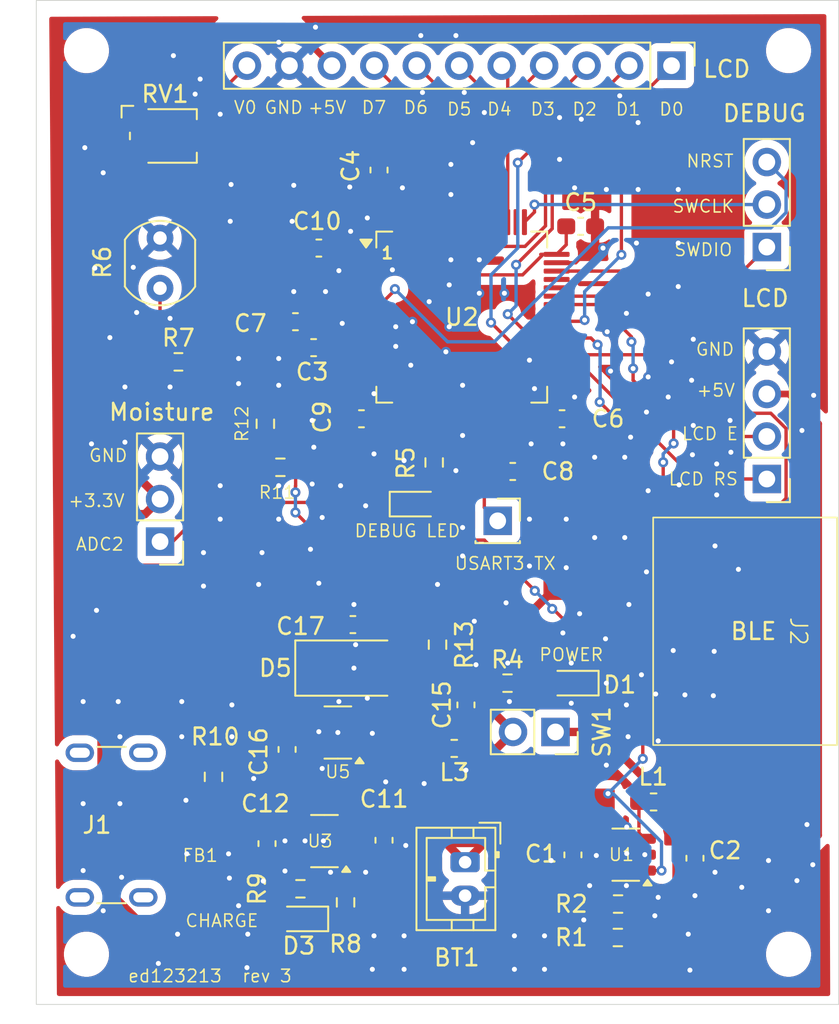
<source format=kicad_pcb>
(kicad_pcb (version 20241229) (generator "pcbnew") (generator_version "9.0")
  (layers (0 "F.Cu" signal) (2 "B.Cu" signal) (13 "F.Paste" user) (15 "B.Paste" user) (5 "F.SilkS" user "F.Silkscreen") (7 "B.SilkS" user "B.Silkscreen") (1 "F.Mask" user) (3 "B.Mask" user) (25 "Edge.Cuts" user))
  (net 0 "")
  (net 1 "GND")
  (net 2 "+3.3V")
  (net 3 "LCD D1")
  (net 4 "+5V")
  (net 5 "Net-(D1-A)")
  (net 6 "Net-(D2-A)")
  (net 7 "Net-(D3-K)")
  (net 14 "LCD D3")
  (net 15 "LCD D5")
  (net 16 "LCD D8")
  (net 17 "LCD D6")
  (net 18 "LCD D4")
  (net 19 "LCD D7")
  (net 20 "LCD D2")
  (net 21 "LCD RS")
  (net 22 "LCD E")
  (net 23 "NRST")
  (net 24 "Net-(U1-SW)")
  (net 25 "ADC2")
  (net 26 "USART1 TX")
  (net 27 "Net-(U3-PROG)")
  (net 58 "Net-(U3-STAT)")
  (net 59 "USART1 RX")
  (net 60 "SWDIO")
  (net 61 "SWCLK")
  (net 62 "USART3 TX")
  (net 63 "ADC1")
  (net 64 "Net-(U2-VCAP_1)")
  (net 65 "Net-(C17-Pad1)")
  (net 66 "Net-(D5-A)")
  (net 67 "Net-(J2-Pin_11)")
  (net 70 "+Vbat")
  (net 71 "+3.3Vswin")
  (net 72 "+Vext")
  (net 73 "Net-(FB1-Pad1)")
  (net 74 "Net-(FB1-Pad2)")
  (net 75 "Net-(U1-FB)")
  (net 76 "DEBUG LED")
  (net 77 "ADC3")
  (net 78 "BT CONNECT")
  (footprint "Capacitor_SMD:C_0603_1608Metric_Pad1.08x0.95mm_HandSolder" (layer "F.Cu") (at 80.9 54.3 180)
    (property "Reference" "C10")
    (property "Value" "100nF")
  )
  (footprint "Capacitor_SMD:C_0603_1608Metric_Pad1.08x0.95mm_HandSolder" (layer "F.Cu") (at 95.45 64.5)
    (property "Reference" "C6")
    (property "Value" "100nF")
  )
  (footprint "Capacitor_SMD:C_0603_1608Metric_Pad1.08x0.95mm_HandSolder" (layer "F.Cu") (at 80.5875 60.25 180)
    (property "Reference" "C3")
    (property "Value" "4.7uF")
  )
  (footprint "Capacitor_SMD:C_0603_1608Metric_Pad1.08x0.95mm_HandSolder" (layer "F.Cu") (at 83.45 64.5 180)
    (property "Reference" "C9")
    (property "Value" "100nF")
  )
  (footprint "Capacitor_SMD:C_0603_1608Metric_Pad1.08x0.95mm_HandSolder" (layer "F.Cu") (at 96.5625 53)
    (property "Reference" "C5")
    (property "Value" "100nF")
  )
  (footprint "Capacitor_SMD:C_0603_1608Metric_Pad1.08x0.95mm_HandSolder" (layer "F.Cu") (at 79.5 58.7 180)
    (property "Reference" "C7")
    (property "Value" "100nF")
  )
  (footprint "LED_SMD:LED_0603_1608Metric_Pad1.05x0.95mm_HandSolder" (layer "F.Cu") (at 95.975 80.3 180)
    (property "Reference" "D1")
    (property "Value" "PWR LED")
  )
  (footprint "Resistor_SMD:R_0603_1608Metric_Pad0.98x0.95mm_HandSolder" (layer "F.Cu") (at 88 78 90)
    (property "Reference" "R13")
    (property "Value" "10")
  )
  (footprint "Capacitor_SMD:C_0603_1608Metric_Pad1.08x0.95mm_HandSolder" (layer "F.Cu") (at 89.7 81.6 90)
    (property "Reference" "C15")
    (property "Value" "10uF")
  )
  (footprint "MountingHole:MountingHole_2.2mm_M2_ISO7380" (layer "F.Cu") (at 67 42.5)
    (property "Reference" "2.2mm" (hide yes))
    (property "Value" "MountingHole_2.2mm_M2_ISO7380" (hide yes))
  )
  (footprint "LED_SMD:LED_0603_1608Metric_Pad1.05x0.95mm_HandSolder" (layer "F.Cu") (at 86.8 69.6)
    (property "Reference" "D2" (hide yes))
    (property "Value" "DEBUG LED")
  )
  (footprint "Connector_PinHeader_2.54mm:PinHeader_1x04_P2.54mm_Vertical" (layer "F.Cu") (at 107.7 68.1 180)
    (property "Reference" "J4" (hide yes))
    (property "Value" "LCD CTRL")
  )
  (footprint "Package_TO_SOT_SMD:SOT-23-5" (layer "F.Cu") (at 82.0375 83.25 180)
    (property "Reference" "U5")
    (property "Value" "TPS613222ADBV")
  )
  (footprint "Capacitor_SMD:C_0603_1608Metric_Pad1.08x0.95mm_HandSolder" (layer "F.Cu") (at 82.9375 76.8 180)
    (property "Reference" "C17")
    (property "Value" "1nF")
  )
  (footprint "Resistor_SMD:R_0603_1608Metric" (layer "F.Cu") (at 72.5 61.1)
    (property "Reference" "R7")
    (property "Value" "200k")
  )
  (footprint "Connector_PinHeader_2.54mm:PinHeader_1x03_P2.54mm_Vertical" (layer "F.Cu") (at 71.4 71.84 180)
    (property "Reference" "J5" (hide yes))
    (property "Value" "Moisture")
  )
  (footprint "Resistor_SMD:R_0603_1608Metric_Pad0.98x0.95mm_HandSolder" (layer "F.Cu") (at 77.7 64.8 90)
    (property "Reference" "R12")
    (property "Value" "100k")
  )
  (footprint "MountingHole:MountingHole_2.2mm_M2_ISO7380" (layer "F.Cu") (at 67 96.5)
    (property "Reference" "REF**" (hide yes))
    (property "Value" "MountingHole_2.2mm_M2_ISO7380" (hide yes))
  )
  (footprint "Connector_PinHeader_2.54mm:PinHeader_1x11_P2.54mm_Vertical" (layer "F.Cu") (at 102 43.4 -90)
    (property "Reference" "J2" (hide yes))
    (property "Value" "LCD")
  )
  (footprint "custom:Vollgo VG6328A" (layer "F.Cu") (at 110.9 77.2 -90)
    (property "Reference" "J2")
    (property "Value" "VG6328A")
  )
  (footprint "muRata BLM21PG121SN1D:BEADC2012X105N" (layer "F.Cu") (at 73.7 88.9)
    (property "Reference" "FB1")
    (property "Value" "FerriteBead")
  )
  (footprint "Capacitor_SMD:C_0603_1608Metric_Pad1.08x0.95mm_HandSolder" (layer "F.Cu") (at 96.1 90.5625 -90)
    (property "Reference" "C1")
    (property "Value" "4.7uF")
  )
  (footprint "Potentiometer_SMD:Potentiometer_Bourns_TC33X_Vertical" (layer "F.Cu") (at 71.7 47.6)
    (property "Reference" "RV1")
    (property "Value" "LCD Contrast")
  )
  (footprint "Capacitor_SMD:C_0603_1608Metric_Pad1.08x0.95mm_HandSolder" (layer "F.Cu") (at 79 84.2625 -90)
    (property "Reference" "C16")
    (property "Value" "22uF")
  )
  (footprint "Inductor_SMD:L_0603_1608Metric_Pad1.05x0.95mm_HandSolder" (layer "F.Cu") (at 89 84.2 180)
    (property "Reference" "L3")
    (property "Value" "2.2uH")
  )
  (footprint "Connector_PinHeader_2.54mm:PinHeader_1x03_P2.54mm_Vertical" (layer "F.Cu") (at 107.7 54.24 180)
    (property "Reference" "J7" (hide yes))
    (property "Value" "DEBUG")
  )
  (footprint "OptoDevice:R_LDR_5.0x4.1mm_P3mm_Vertical" (layer "F.Cu") (at 71.4 56.7 90)
    (property "Reference" "R6")
    (property "Value" "LDR07")
  )
  (footprint "Resistor_SMD:R_0603_1608Metric_Pad0.98x0.95mm_HandSolder" (layer "F.Cu") (at 82.499 93.401 90)
    (property "Reference" "R8")
    (property "Value" "1k")
  )
  (footprint "Connector_PinSocket_2.54mm:PinSocket_1x02_P2.54mm_Vertical" (layer "F.Cu") (at 95.0575 83.2175 -90)
    (property "Reference" "SW1")
    (property "Value" "PWR SWITCH")
  )
  (footprint "Resistor_SMD:R_0603_1608Metric_Pad0.98x0.95mm_HandSolder" (layer "F.Cu") (at 87.8 67.1125 90)
    (property "Reference" "R5")
    (property "Value" "1.5k")
  )
  (footprint "Resistor_SMD:R_0603_1608Metric_Pad0.98x0.95mm_HandSolder" (layer "F.Cu") (at 98.7875 95.5 180)
    (property "Reference" "R1")
    (property "Value" "453k")
  )
  (footprint "Resistor_SMD:R_0603_1608Metric_Pad0.98x0.95mm_HandSolder" (layer "F.Cu") (at 92.1875 80.3 180)
    (property "Reference" "R4")
    (property "Value" "1.5k")
  )
  (footprint "Inductor_SMD:L_0603_1608Metric_Pad1.05x0.95mm_HandSolder" (layer "F.Cu") (at 100.925 87.4)
    (property "Reference" "L1")
    (property "Value" "2.2uH")
  )
  (footprint "Connector_PinSocket_2.54mm:PinSocket_1x01_P2.54mm_Vertical" (layer "F.Cu") (at 91.6 70.6)
    (property "Reference" "J9" (hide yes))
    (property "Value" "USART3 TX")
  )
  (footprint "Package_QFP:LQFP-64_10x10mm_P0.5mm" (layer "F.Cu") (at 89.45 58.425)
    (property "Reference" "U2")
    (property "Value" "STM32F446RETx")
  )
  (footprint "Package_TO_SOT_SMD:SOT-23-5" (layer "F.Cu") (at 81.2365 89.7385 180)
    (property "Reference" "U3")
    (property "Value" "MCP73831-2-OT")
  )
  (footprint "Diode_SMD:D_SMA" (layer "F.Cu") (at 83 79.4)
    (property "Reference" "D5")
    (property "Value" "SS38")
  )
  (footprint "Capacitor_SMD:C_0603_1608Metric_Pad1.08x0.95mm_HandSolder" (layer "F.Cu") (at 77.799 89.8885 -90)
    (property "Reference" "C12")
    (property "Value" "4.7uF")
  )
  (footprint "Connector_JST:JST_PH_B2B-PH-K_1x02_P2.00mm_Vertical" (layer "F.Cu") (at 89.65 91 -90)
    (property "Reference" "BT1")
    (property "Value" "4.2v Lipo")
  )
  (footprint "Capacitor_SMD:C_0603_1608Metric_Pad1.08x0.95mm_HandSolder" (layer "F.Cu") (at 84.5 49.6375 90)
    (property "Reference" "C4")
    (property "Value" "100nF")
  )
  (footprint "Resistor_SMD:R_0603_1608Metric_Pad0.98x0.95mm_HandSolder" (layer "F.Cu") (at 74.6 85.9 90)
    (property "Reference" "R10")
    (property "Value" "1")
  )
  (footprint "Connector_USB:USB_C_Receptacle_GCT_USB4125-xx-x-0190_6P_TopMnt_Horizontal" (layer "F.Cu") (at 67.4 88.78 -90)
    (property "Reference" "J1")
    (property "Value" "USB_C_Receptacle_USB2.0_14P")
  )
  (footprint "Capacitor_SMD:C_0603_1608Metric_Pad1.08x0.95mm_HandSolder" (layer "F.Cu") (at 84.799 89.6885 -90)
    (property "Reference" "C11")
    (property "Value" "4.7uF" (hide yes))
  )
  (footprint "MountingHole:MountingHole_2.2mm_M2_ISO7380" (layer "F.Cu") (at 109 42.5)
    (property "Reference" "REF**" (hide yes))
    (property "Value" "MountingHole_2.2mm_M2_ISO7380" (hide yes))
  )
  (footprint "Resistor_SMD:R_0603_1608Metric_Pad0.98x0.95mm_HandSolder" (layer "F.Cu") (at 98.8 93.5)
    (property "Reference" "R2")
    (property "Value" "100k")
  )
  (footprint "LED_SMD:LED_0603_1608Metric_Pad1.05x0.95mm_HandSolder" (layer "F.Cu") (at 79.799 94.3885 180)
    (property "Reference" "D3")
    (property "Value" "CHARGE LED")
  )
  (footprint "Capacitor_SMD:C_0603_1608Metric_Pad1.08x0.95mm_HandSolder" (layer "F.Cu") (at 92.5 67.65)
    (property "Reference" "C8")
    (property "Value" "4.7uF")
  )
  (footprint "MountingHole:MountingHole_2.2mm_M2_ISO7380" (layer "F.Cu") (at 109 96.5)
    (property "Reference" "REF**" (hide yes))
    (property "Value" "MountingHole_2.2mm_M2_ISO7380" (hide yes))
  )
  (footprint "Package_TO_SOT_SMD:SOT-23-5" (layer "F.Cu") (at 99.2625 90.55 180)
    (property "Reference" "U1")
    (property "Value" "TLV62569DBV")
  )
  (footprint "Resistor_SMD:R_0603_1608Metric_Pad0.98x0.95mm_HandSolder" (layer "F.Cu") (at 78.6 67.4 180)
    (property "Reference" "R11")
    (property "Value" "100k")
  )
  (footprint "Capacitor_SMD:C_0603_1608Metric_Pad1.08x0.95mm_HandSolder" (layer "F.Cu") (at 103.4 90.7625 -90)
    (property "Reference" "C2")
    (property "Value" "10uF")
  )
  (footprint "Resistor_SMD:R_0603_1608Metric_Pad0.98x0.95mm_HandSolder" (layer "F.Cu") (at 79.799 92.5885 180)
    (property "Reference" "R9")
    (property "Value" "2k")
  )
  (gr_rect (start 64 39.5) (end 112 99.5) (stroke (width 0.05)) (fill no) (layer "Edge.Cuts"))
  (gr_text "D0" (at 102 46 0) (layer "F.SilkS") (effects (font (size 0.75 0.75) (thickness 0.09375))))
  (gr_text "D3" (at 94.3 46 0) (layer "F.SilkS") (effects (font (size 0.75 0.75) (thickness 0.09375))))
  (gr_text "ADC2" (at 67.8 72 0) (layer "F.SilkS") (effects (font (size 0.75 0.75) (thickness 0.09375))))
  (gr_text "D7" (at 84.2 45.9 0) (layer "F.SilkS") (effects (font (size 0.75 0.75) (thickness 0.09375))))
  (gr_text "BLE" (at 106.9 77.2 0) (layer "F.SilkS") (effects (font (size 1 1))))
  (gr_text "+3.3V" (at 67.6 69.4 0) (layer "F.SilkS") (effects (font (size 0.75 0.75) (thickness 0.09375))))
  (gr_text "+5V" (at 104.65 62.8 0) (layer "F.SilkS") (effects (font (size 0.75 0.75) (thickness 0.09375))))
  (gr_text "D2" (at 96.8 46 0) (layer "F.SilkS") (effects (font (size 0.75 0.75) (thickness 0.09375))))
  (gr_text "rev 3" (at 77.8 97.8 0) (layer "F.SilkS") (effects (font (size 0.75 0.75) (thickness 0.09375))))
  (gr_text "GND" (at 104.6 60.35 0) (layer "F.SilkS") (effects (font (size 0.75 0.75) (thickness 0.09375))))
  (gr_text "CHARGE" (at 75.1 94.5 0) (layer "F.SilkS") (effects (font (size 0.75 0.75) (thickness 0.09375))))
  (gr_text "D4" (at 91.7 46 0) (layer "F.SilkS") (effects (font (size 0.75 0.75) (thickness 0.09375))))
  (gr_text "LCD RS" (at 103.9 68.1 0) (layer "F.SilkS") (effects (font (size 0.75 0.75) (thickness 0.09375))))
  (gr_text "LCD" (at 105.3 43.6 0) (layer "F.SilkS") (effects (font (size 1 1))))
  (gr_text "1" (at 85 54.6 0) (layer "F.SilkS") (effects (font (size 0.7 0.7))))
  (gr_text "LCD" (at 107.6 57.3 0) (layer "F.SilkS") (effects (font (size 1 1))))
  (gr_text "GND" (at 78.8 45.9 0) (layer "F.SilkS") (effects (font (size 0.75 0.75) (thickness 0.09375))))
  (gr_text "GND" (at 68.3 66.7 0) (layer "F.SilkS") (effects (font (size 0.75 0.75) (thickness 0.09375))))
  (gr_text "V0" (at 76.5 45.9 0) (layer "F.SilkS") (effects (font (size 0.75 0.75) (thickness 0.09375))))
  (gr_text "SWDIO" (at 103.9 54.4 0) (layer "F.SilkS") (effects (font (size 0.75 0.75) (thickness 0.09375))))
  (gr_text "D6" (at 86.7 45.9 0) (layer "F.SilkS") (effects (font (size 0.75 0.75) (thickness 0.09375))))
  (gr_text "D5" (at 89.3 46 0) (layer "F.SilkS") (effects (font (size 0.75 0.75) (thickness 0.09375))))
  (gr_text "LCD E" (at 104.3 65.4 0) (layer "F.SilkS") (effects (font (size 0.75 0.75) (thickness 0.09375))))
  (gr_text "+5V" (at 81.4 45.9 0) (layer "F.SilkS") (effects (font (size 0.75 0.75) (thickness 0.09375))))
  (gr_text "D1" (at 99.4 46 0) (layer "F.SilkS") (effects (font (size 0.75 0.75) (thickness 0.09375))))
  (gr_text "POWER" (at 96 78.6 0) (layer "F.SilkS") (effects (font (size 0.75 0.75) (thickness 0.09375))))
  (gr_text "NRST" (at 104.3 49.1 0) (layer "F.SilkS") (effects (font (size 0.75 0.75) (thickness 0.09375))))
  (gr_text "ed123213" (at 72.3 97.8 0) (layer "F.SilkS") (effects (font (size 0.75 0.75) (thickness 0.09375))))
  (gr_text "SWCLK" (at 103.9 51.8 0) (layer "F.SilkS") (effects (font (size 0.75 0.75) (thickness 0.09375))))
  (segment (start 79.6 84.3) (end 79.1 84.3) (width 0.2) (layer "F.Cu") (net 1))
  (segment (start 83.775 60.175) (end 85.5 60.175) (width 0.3) (layer "F.Cu") (net 1))
  (segment (start 86.2 51.85) (end 87 51.05) (width 0.2) (layer "F.Cu") (net 1))
  (segment (start 81.174 91.174) (end 81.6 91.6) (width 0.2) (layer "F.Cu") (net 1))
  (segment (start 78.874 89.726) (end 78.874 91.526) (width 0.2) (layer "F.Cu") (net 1))
  (segment (start 92.7 64.1) (end 92.7 66.9875) (width 0.2) (layer "F.Cu") (net 1))
  (segment (start 79.9 84) (end 79.6 84.3) (width 0.2) (layer "F.Cu") (net 1))
  (segment (start 92.7 66.9875) (end 93.3625 67.65) (width 0.2) (layer "F.Cu") (net 1))
  (segment (start 79 84.4) (end 79 85.125) (width 0.2) (layer "F.Cu") (net 1))
  (segment (start 82.0375 83.25) (end 82.0375 85.0625) (width 0.2) (layer "F.Cu") (net 1))
  (segment (start 96.275 55.175) (end 96.9 54.55) (width 0.2) (layer "F.Cu") (net 1))
  (segment (start 97.1 91) (end 97.1 92.4) (width 0.2) (layer "F.Cu") (net 1))
  (segment (start 86.2 64.908824) (end 86.2 64.1) (width 0.2) (layer "F.Cu") (net 1))
  (segment (start 97.5 90.6) (end 97.1 91) (width 0.2) (layer "F.Cu") (net 1))
  (segment (start 82.1 81.4) (end 82.1 83.1875) (width 0.2) (layer "F.Cu") (net 1))
  (segment (start 84.2 66.6) (end 84.3 66.5) (width 0.2) (layer "F.Cu") (net 1))
  (segment (start 84.3 66.5) (end 84.6 66.5) (width 0.2) (layer "F.Cu") (net 1))
  (segment (start 86.2 52.75) (end 86.2 51.85) (width 0.2) (layer "F.Cu") (net 1))
  (segment (start 80.2 83.2) (end 79.9 83.5) (width 0.2) (layer "F.Cu") (net 1))
  (segment (start 99.320005 88.9) (end 99.320005 90.479997) (width 0.2) (layer "F.Cu") (net 1))
  (segment (start 89.7 85.5) (end 88.9 86.3) (width 0.2) (layer "F.Cu") (net 1))
  (segment (start 95.125 55.175) (end 96.275 55.175) (width 0.2) (layer "F.Cu") (net 1))
  (segment (start 80.9 83.2) (end 80.2 83.2) (width 0.2) (layer "F.Cu") (net 1))
  (segment (start 88.9 86.3) (end 87.2 86.3) (width 0.2) (layer "F.Cu") (net 1))
  (segment (start 87.7 52.75) (end 87.7 50.55) (width 0.2) (layer "F.Cu") (net 1))
  (segment (start 85.05 66.05) (end 85.058824 66.05) (width 0.2) (layer "F.Cu") (net 1))
  (segment (start 82.0375 85.0625) (end 81.7 85.4) (width 0.2) (layer "F.Cu") (net 1))
  (segment (start 81.1 89.652) (end 81.174 89.726) (width 0.2) (layer "F.Cu") (net 1))
  (segment (start 99.320005 92.379995) (end 99.3 92.4) (width 0.2) (layer "F.Cu") (net 1))
  (segment (start 79.1 84.3) (end 79 84.4) (width 0.2) (layer "F.Cu") (net 1))
  (segment (start 79.9 83.5) (end 79.9 84) (width 0.2) (layer "F.Cu") (net 1))
  (segment (start 81.174 89.726) (end 81.174 91.174) (width 0.2) (layer "F.Cu") (net 1))
  (segment (start 82.1 83.1875) (end 82.0375 83.25) (width 0.2) (layer "F.Cu") (net 1))
  (segment (start 99.320005 90.479997) (end 99.320005 92.379995) (width 0.2) (layer "F.Cu") (net 1))
  (segment (start 81.1 85.4) (end 81.1 89.652) (width 0.2) (layer "F.Cu") (net 1))
  (segment (start 85.058824 66.05) (end 86.2 64.908824) (width 0.2) (layer "F.Cu") (net 1))
  (segment (start 84.6 66.5) (end 85.05 66.05) (width 0.2) (layer "F.Cu") (net 1))
  (segment (start 81.7 85.4) (end 81.1 85.4) (width 0.2) (layer "F.Cu") (net 1))
  (via (at 83.1 78) (size 0.6) (drill 0.3) (layers "F.Cu" "B.Cu") (net 1))
  (via (at 67.6 75.95) (size 0.6) (drill 0.3) (layers "F.Cu" "B.Cu") (net 1))
  (via (at 86 95.4) (size 0.6) (drill 0.3) (layers "F.Cu" "B.Cu") (net 1))
  (via (at 83.7 69.7) (size 0.6) (drill 0.3) (layers "F.Cu" "B.Cu") (net 1))
  (via (at 98.1 85.2) (size 0.6) (drill 0.3) (layers "F.Cu" "B.Cu") (net 1))
  (via (at 109.5 92.1) (size 0.6) (drill 0.3) (layers "F.Cu" "B.Cu") (net 1))
  (via (at 98.1 80.3) (size 0.6) (drill 0.3) (layers "F.Cu" "B.Cu") (net 1))
  (via (at 95.3 46.5) (size 0.6) (drill 0.3) (layers "F.Cu" "B.Cu") (net 1))
  (via (at 73 90.5) (size 0.6) (drill 0.3) (layers "F.Cu" "B.Cu") (net 1))
  (via (at 66.8 87.5) (size 0.6) (drill 0.3) (layers "F.Cu" "B.Cu") (net 1))
  (via (at 72.95 87.3) (size 0.6) (drill 0.3) (layers "F.Cu" "B.Cu") (net 1))
  (via (at 80.074 89.726) (size 0.6) (drill 0.3) (layers "F.Cu" "B.Cu") (net 1))
  (via (at 101.2 83.75) (size 0.6) (drill 0.3) (layers "F.Cu" "B.Cu") (net 1))
  (via (at 69.1 91.9) (size 0.6) (drill 0.3) (layers "F.Cu" "B.Cu") (net 1))
  (via (at 101 94.2) (size 0.6) (drill 0.3) (layers "F.Cu" "B.Cu") (net 1))
  (via (at 78.5 70.5) (size 0.6) (drill 0.3) (layers "F.Cu" "B.Cu") (net 1))
  (via (at 81.174 89.726) (size 0.6) (drill 0.3) (layers "F.Cu" "B.Cu") (net 1))
  (via (at 95.3 49) (size 0.6) (drill 0.3) (layers "F.Cu" "B.Cu") (net 1))
  (via (at 69.8 55.45) (size 0.6) (drill 0.3) (layers "F.Cu" "B.Cu") (net 1))
  (via (at 92.3 81.4) (size 0.6) (drill 0.3) (layers "F.Cu" "B.Cu") (net 1))
  (via (at 96 81.5) (size 0.6) (drill 0.3) (layers "F.Cu" "B.Cu") (net 1))
  (via (at 99.55 65.6) (size 0.6) (drill 0.3) (layers "F.Cu" "B.Cu") (net 1))
  (via (at 75.7 81.6) (size 0.6) (drill 0.3) (layers "F.Cu" "B.Cu") (net 1))
  (via (at 78.5 60.9) (size 0.6) (drill 0.3) (layers "F.Cu" "B.Cu") (net 1))
  (via (at 85.9 50.7) (size 0.6) (drill 0.3) (layers "F.Cu" "B.Cu") (net 1))
  (via (at 104.7 69.05) (size 0.6) (drill 0.3) (layers "F.Cu" "B.Cu") (net 1))
  (via (at 100.6 57.05) (size 0.6) (drill 0.3) (layers "F.Cu" "B.Cu") (net 1))
  (via (at 98.15 59.3) (size 0.6) (drill 0.3) (layers "F.Cu" "B.Cu") (net 1))
  (via (at 83.8 81.2) (size 0.6) (drill 0.3) (layers "F.Cu" "B.Cu") (net 1))
  (via (at 92.6 95.4) (size 0.6) (drill 0.3) (layers "F.Cu" "B.Cu") (net 1))
  (via (at 103 95.3) (size 0.6) (drill 0.3) (layers "F.Cu" "B.Cu") (net 1))
  (via (at 84.2 95.4) (size 0.6) (drill 0.3) (layers "F.Cu" "B.Cu") (net 1))
  (via (at 104.55 78.4) (size 0.6) (drill 0.3) (layers "F.Cu" "B.Cu") (net 1))
  (via (at 70 58.15) (size 0.6) (drill 0.3) (layers "F.Cu" "B.Cu") (net 1))
  (via (at 97.4 66.8) (size 0.6) (drill 0.3) (layers "F.Cu" "B.Cu") (net 1))
  (via (at 78.874 91.526) (size 0.6) (drill 0.3) (layers "F.Cu" "B.Cu") (net 1))
  (via (at 75 70.5) (size 0.6) (drill 0.3) (layers "F.Cu" "B.Cu") (net 1))
  (via (at 100 46.8) (size 0.6) (drill 0.3) (layers "F.Cu" "B.Cu") (net 1))
  (via (at 86 97.4) (size 0.6) (drill 0.3) (layers "F.Cu" "B.Cu") (net 1))
  (via (at 97.9 54.3) (size 0.6) (drill 0.3) (layers "F.Cu" "B.Cu") (net 1))
  (via (at 103.3 59.75) (size 0.6) (drill 0.3) (layers "F.Cu" "B.Cu") (net 1))
  (via (at 102.8 81) (size 0.6) (drill 0.3) (layers "F.Cu" "B.Cu") (net 1))
  (via (at 95.7 70.5) (size 0.6) (drill 0.3) (layers "F.Cu" "B.Cu") (net 1))
  (via (at 92 57) (size 0.6) (drill 0.3) (layers "F.Cu" "B.Cu") (net 1))
  (via (at 101.8 63.2) (size 0.6) (drill 0.3) (layers "F.Cu" "B.Cu") (net 1))
  (via (at 88.7 59) (size 0.6) (drill 0.3) (layers "F.Cu" "B.Cu") (net 1))
  (via (at 75.5 90.5) (size 0.6) (drill 0.3) (layers "F.Cu" "B.Cu") (net 1))
  (via (at 80.9 83.2) (size 0.6) (drill 0.3) (layers "F.Cu" "B.Cu") (net 1))
  (via (at 96.6 46.6) (size 0.6) (drill 0.3) (layers "F.Cu" "B.Cu") (net 1))
  (via (at 88.8 51.1) (size 0.6) (drill 0.3) (layers "F.Cu" "B.Cu") (net 1))
  (via (at 104.6 91.6) (size 0.6) (drill 0.3) (layers "F.Cu" "B.Cu") (net 1))
  (via (at 66.9 48.3) (size 0.6) (drill 0.3) (layers "F.Cu" "B.Cu") (net 1))
  (via (at 98.9 45.2) (size 0.6) (drill 0.3) (layers "F.Cu" "B.Cu") (net 1))
  (via (at 105.5 64.6) (size 0.6) (drill 0.3) (layers "F.Cu" "B.Cu") (net 1))
  (via (at 99.2 66.8) (size 0.6) (drill 0.3) (layers "F.Cu" "B.Cu") (net 1))
  (via (at 69.3 65.9) (size 0.6) (drill 0.3) (layers "F.Cu" "B.Cu") (net 1))
  (via (at 100.5 73.65) (size 0.6) (drill 0.3) (layers "F.Cu" "B.Cu") (net 1))
  (via (at 81.1 70.4) (size 0.6) (drill 0.3) (layers "F.Cu" "B.Cu") (net 1))
  (via (at 88 74.4) (size 0.6) (drill 0.3) (layers "F.Cu" "B.Cu") (net 1))
  (via (at 72 62.6) (size 0.6) (drill 0.3) (layers "F.Cu" "B.Cu") (net 1))
  (via (at 73.5 45.1) (size 0.6) (drill 0.3) (layers "F.Cu" "B.Cu") (net 1))
  (via (at 78.874 89.726) (size 0.6) (drill 0.3) (layers "F.Cu" "B.Cu") (net 1))
  (via (at 89.5 71) (size 0.6) (drill 0.3) (layers "F.Cu" "B.Cu") (net 1))
  (via (at 82.1 55.65) (size 0.6) (drill 0.3) (layers "F.Cu" "B.Cu") (net 1))
  (via (at 102.4 54) (size 0.6) (drill 0.3) (layers "F.Cu" "B.Cu") (net 1))
  (via (at 89.6 45) (size 0.6) (drill 0.3) (layers "F.Cu" "B.Cu") (net 1))
  (via (at 95.5 66) (size 0.6) (drill 0.3) (layers "F.Cu" "B.Cu") (net 1))
  (via (at 103.1 97.45) (size 0.6) (drill 0.3) (layers "F.Cu" "B.Cu") (net 1))
  (via (at 93.6 66) (size 0.6) (drill 0.3) (layers "F.Cu" "B.Cu") (net 1))
  (via (at 100 50.8) (size 0.6) (drill 0.3) (layers "F.Cu" "B.Cu") (net 1))
  (via (at 78.5 42) (size 0.6) (drill 0.3) (layers "F.Cu" "B.Cu") (net 1))
  (via (at 77.5 72.5) (size 0.6) (drill 0.3) (layers "F.Cu" "B.Cu") (net 1))
  (via (at 82.3 58.8) (size 0.6) (drill 0.3) (layers "F.Cu" "B.Cu") (net 1))
  (via (at 103.3 64.9) (size 0.6) (drill 0.3) (layers "F.Cu" "B.Cu") (net 1))
  (via (at 80.9 74.329568) (size 0.6) (drill 0.3) (layers "F.Cu" "B.Cu") (net 1))
  (via (at 79.3 52.7) (size 0.6) (drill 0.3) (layers "F.Cu" "B.Cu") (net 1))
  (via (at 84.9 86.2) (size 0.6) (drill 0.3) (layers "F.Cu" "B.Cu") (net 1))
  (via (at 83 79.4) (size 0.6) (drill 0.3) (layers "F.Cu" "B.Cu") (net 1))
  (via (at 99.3 92.4) (size 0.6) (drill 0.3) (layers "F.Cu" "B.Cu") (net 1))
  (via (at 92.1 75.5) (size 0.6) (drill 0.3) (layers "F.Cu" "B.Cu") (net 1))
  (via (at 89.5 65.5) (size 0.6) (drill 0.3) (layers "F.Cu" "B.Cu") (net 1))
  (via (at 89.5 72.7) (size 0.6) (drill 0.3) (layers "F.Cu" "B.Cu") (net 1))
  (via (at 67.5 55.5) (size 0.6) (drill 0.3) (layers "F.Cu" "B.Cu") (net 1))
  (via (at 100.6 62) (size 0.6) (drill 0.3) (layers "F.Cu" "B.Cu") (net 1))
  (via (at 80.5 64.6) (size 0.6) (drill 0.3) (layers "F.Cu" "B.Cu") (net 1))
  (via (at 75 68.5) (size 0.6) (drill 0.3) (layers "F.Cu" "B.Cu") (net 1))
  (via (at 94.4 97.4) (size 0.6) (drill 0.3) (layers "F.Cu" "B.Cu") (net 1))
  (via (at 88.5 60.5) (size 0.6) (drill 0.3) (layers "F.Cu" "B.Cu") (net 1))
  (via (at 100.2 79.8) (size 0.6) (drill 0.3) (layers "F.Cu" "B.Cu") (net 1))
  (via (at 76.1 62.4) (size 0.6) (drill 0.3) (layers "F.Cu" "B.Cu") (net 1))
  (via (at 80.6 66.2) (size 0.6) (drill 0.3) (layers "F.Cu" "B.Cu") (net 1))
  (via (at 99.320005 90.479997) (size 0.6) (drill 0.3) (layers "F.Cu" "B.Cu") (net 1))
  (via (at 74 72.5) (size 0.6) (drill 0.3) (layers "F.Cu" "B.Cu") (net 1))
  (via (at 68 49.8) (size 0.6) (drill 0.3) (layers "F.Cu" "B.Cu") (net 1))
  (via (at 89.1 41.6) (size 0.6) (drill 0.3) (layers "F.Cu" "B.Cu") (net 1))
  (via (at 85.3 55.6) (size 0.6) (drill 0.3) (layers "F.Cu" "B.Cu") (net 1))
  (via (at 80.4 72.3) (size 0.6) (drill 0.3) (layers "F.Cu" "B.Cu") (net 1))
  (via (at 82.1 81.4) (size 0.6) (drill 0.3) (layers "F.Cu" "B.Cu") (net 1))
  (via (at 86.5 58.7) (size 0.6) (drill 0.3) (layers "F.Cu" "B.Cu") (net 1))
  (via (at 78.5 68.5) (size 0.6) (drill 0.3) (layers "F.Cu" "B.Cu") (net 1))
  (via (at 77.3 74.4) (size 0.6) (drill 0.3) (layers "F.Cu" "B.Cu") (net 1))
  (via (at 99.4 83.5) (size 0.6) (drill 0.3) (layers "F.Cu" "B.Cu") (net 1))
  (via (at 103.25 66.65) (size 0.6) (drill 0.3) (layers "F.Cu" "B.Cu") (net 1))
  (via (at 99.3 81.6) (size 0.6) (drill 0.3) (layers "F.Cu" "B.Cu") (net 1))
  (via (at 95.7 73.4) (size 0.6) (drill 0.3) (layers "F.Cu" "B.Cu") (net 1))
  (via (at 93.5 73.3) (size 0.6) (drill 0.3) (layers "F.Cu" "B.Cu") (net 1))
  (via (at 87 41.6) (size 0.6) (drill 0.3) (layers "F.Cu" "B.Cu") (net 1))
  (via (at 90.1 48) (size 0.6) (drill 0.3) (layers "F.Cu" "B.Cu") (net 1))
  (via (at 105.55 66.5) (size 0.6) (drill 0.3) (layers "F.Cu" "B.Cu") (net 1))
  (via (at 110.5 63.1) (size 0.6) (drill 0.3) (layers "F.Cu" "B.Cu") (net 1))
  (via (at 76.1 93.6) (size 0.6) (drill 0.3) (layers "F.Cu" "B.Cu") (net 1))
  (via (at 93.5 70.5) (size 0.6) (drill 0.3) (layers "F.Cu" "B.Cu") (net 1))
  (via (at 75.55 91.95) (size 0.6) (drill 0.3) (layers "F.Cu" "B.Cu") (net 1))
  (via (at 66.8 91.5) (size 0.6) (drill 0.3) (layers "F.Cu" "B.Cu") (net 1))
  (via (at 107.8 90.9) (size 0.6) (drill 0.3) (layers "F.Cu" "B.Cu") (net 1))
  (via (at 76.1 60.9) (size 0.6) (drill 0.3) (layers "F.Cu" "B.Cu") (net 1))
  (via (at 81.6 91.6) (size 0.6) (drill 0.3) (layers "F.Cu" "B.Cu") (net 1))
  (via (at 71.3 97.05) (size 0.6) (drill 0.3) (layers "F.Cu" "B.Cu") (net 1))
  (via (at 77 86) (size 0.6) (drill 0.3) (layers "F.Cu" "B.Cu") (net 1))
  (via (at 82.0375 83.25) (size 0.6) (drill 0.3) (layers "F.Cu" "B.Cu") (net 1))
  (via (at 99.45 75.6) (size 0.6) (drill 0.3) (layers "F.Cu" "B.Cu") (net 1))
  (via (at 98.05 77.65) (size 0.6) (drill 0.3) (layers "F.Cu" "B.Cu") (net 1))
  (via (at 96.5 76.15) (size 0.6) (drill 0.3) (layers "F.Cu" "B.Cu") (net 1))
  (via (at 66.8 81.4) (size 0.6) (drill 0.3) (layers "F.Cu" "B.Cu") (net 1))
  (via (at 75.6 52.7) (size 0.6) (drill 0.3) (layers "F.Cu" "B.Cu") (net 1))
  (via (at 101.05 80.95) (size 0.6) (drill 0.3) (layers "F.Cu" "B.Cu") (net 1))
  (via (at 106.2 92.5) (size 0.6) (drill 0.3) (layers "F.Cu" "B.Cu") (net 1))
  (via (at 88.7 56.5) (size 0.6) (drill 0.3) (layers "F.Cu" "B.Cu") (net 1))
  (via (at 92.2 79.1) (size 0.6) (drill 0.3) (layers "F.Cu" "B.Cu") (net 1))
  (via (at 82.75 50.65) (size 0.6) (drill 0.3) (layers "F.Cu" "B.Cu") (net 1))
  (via (at 96.2 63.2) (size 0.6) (drill 0.3) (layers "F.Cu" "B.Cu") (net 1))
  (via (at 75 46.3) (size 0.6) (drill 0.3) (layers "F.Cu" "B.Cu") (net 1))
  (via (at 90.3 79.2) (size 0.6) (drill 0.3) (layers "F.Cu" "B.Cu") (net 1))
  (via (at 96 79.1) (size 0.6) (drill 0.3) (layers "F.Cu" "B.Cu") (net 1))
  (via (at 99.9 54) (size 0.6) (drill 0.3) (layers "F.Cu" "B.Cu") (net 1))
  (via (at 94.4 95.4) (size 0.6) (drill 0.3) (layers "F.Cu" "B.Cu") (net 1))
  (via (at 73.8 44.2) (size 0.6) (drill 0.3) (layers "F.Cu" "B.Cu") (net 1))
  (via (at 72.45 95.3) (size 0.6) (drill 0.3) (layers "F.Cu" "B.Cu") (net 1))
  (via (at 90.2 76.6) (size 0.6) (drill 0.3) (layers "F.Cu" "B.Cu") (net 1))
  (via (at 86.4 61.3) (size 0.6) (drill 0.3) (layers "F.Cu" "B.Cu") (net 1))
  (via (at 79.4 56.9) (size 0.6) (drill 0.3) (layers "F.Cu" "B.Cu") (net 1))
  (via (at 83.8 52.5) (size 0.6) (drill 0.3) (layers "F.Cu" "B.Cu") (net 1))
  (via (at 87.2 86.3) (size 0.6) (drill 0.3) (layers "F.Cu" "B.Cu") (net 1))
  (via (at 94.8 90.9) (size 0.6) (drill 0.3) (layers "F.Cu" "B.Cu") (net 1))
  (via (at 102.1 78.35) (size 0.6) (drill 0.3) (layers "F.Cu" "B.Cu") (net 1))
  (via (at 84.1 83.3) (size 0.6) (drill 0.3) (layers "F.Cu" "B.Cu") (net 1))
  (via (at 99.320005 88.9) (size 0.6) (drill 0.3) (layers "F.Cu" "B.Cu") (net 1))
  (via (at 80.7 41.1) (size 0.6) (drill 0.3) (layers "F.Cu" "B.Cu") (net 1))
  (via (at 99.2 71.6) (size 0.6) (drill 0.3) (layers "F.Cu" "B.Cu") (net 1))
  (via (at 77.574 92.126) (size 0.6) (drill 0.3) (layers "F.Cu" "B.Cu") (net 1))
  (via (at 72.7 81.4) (size 0.6) (drill 0.3) (layers "F.Cu" "B.Cu") (net 1))
  (via (at 99.3 58.2) (size 0.6) (drill 0.3) (layers "F.Cu" "B.Cu") (net 1))
  (via (at 81.1 85.4) (size 0.6) (drill 0.3) (layers "F.Cu" "B.Cu") (net 1))
  (via (at 79.4 50.55) (size 0.6) (drill 0.3) (layers "F.Cu" "B.Cu") (net 1))
  (via (at 104.5 81.05) (size 0.6) (drill 0.3) (layers "F.Cu" "B.Cu") (net 1))
  (via (at 86 67) (size 0.6) (drill 0.3) (layers "F.Cu" "B.Cu") (net 1))
  (via (at 66.2 77.5) (size 0.6) (drill 0.3) (layers "F.Cu" "B.Cu") (net 1))
  (via (at 68 93.9) (size 0.6) (drill 0.3) (layers "F.Cu" "B.Cu") (net 1))
  (via (at 98.35 61.65) (size 0.6) (drill 0.3) (layers "F.Cu" "B.Cu") (net 1))
  (via (at 96.75 94.45) (size 0.6) (drill 0.3) (layers "F.Cu" "B.Cu") (net 1))
  (via (at 102 61.1) (size 0.6) (drill 0.3) (layers "F.Cu" "B.Cu") (net 1))
  (via (at 100.4 90.55) (size 0.6) (drill 0.3) (layers "F.Cu" "B.Cu") (net 1))
  (via (at 106 73.5) (size 0.6) (drill 0.3) (layers "F.Cu" "B.Cu") (net 1))
  (via (at 97.5 90.6) (size 0.6) (drill 0.3) (layers "F.Cu" "B.Cu") (net 1))
  (via (at 75.65 50.5) (size 0.6) (drill 0.3) (layers "F.Cu" "B.Cu") (net 1))
  (via (at 86.1 90) (size 0.6) (drill 0.3) (layers "F.Cu" "B.Cu") (net 1))
  (via (at 78.5 62.5) (size 0.6) (drill 0.3) (layers "F.Cu" "B.Cu") (net 1))
  (via (at 110.1 88.75) (size 0.6) (drill 0.3) (layers "F.Cu" "B.Cu") (net 1))
  (via (at 68.4 59.65) (size 0.6) (drill 0.3) (layers "F.Cu" "B.Cu") (net 1))
  (via (at 90.5 55) (size 0.6) (drill 0.3) (layers "F.Cu" "B.Cu") (net 1))
  (via (at 68.9 81.4) (size 0.6) (drill 0.3) (layers "F.Cu" "B.Cu") (net 1))
  (via (at 72.2 42.8) (size 0.6) (drill 0.3) (layers "F.Cu" "B.Cu") (net 1))
  (via (at 109.8 65.2) (size 0.6) (drill 0.3) (layers "F.Cu" "B.Cu") (net 1))
  (via (at 84.1 97.4) (size 0.6) (drill 0.3) (layers "F.Cu" "B.Cu") (net 1))
  (via (at 104.6 72.1) (size 0.6) (drill 0.3) (layers "F.Cu" "B.Cu") (net 1))
  (via (at 89.7 85.5) (size 0.6) (drill 0.3) (layers "F.Cu" "B.Cu") (net 1))
  (via (at 92.6 97.4) (size 0.6) (drill 0.3) (layers "F.Cu" "B.Cu") (net 1))
  (via (at 69.3 62.6) (size 0.6) (drill 0.3) (layers "F.Cu" "B.Cu") (net 1))
  (via (at 72 58.5) (size 0.6) (drill 0.3) (layers "F.Cu" "B.Cu") (net 1))
  (via (at 87.5 57.5) (size 0.6) (drill 0.3) (layers "F.Cu" "B.Cu") (net 1))
  (via (at 98.1 50.8) (size 0.6) (drill 0.3) (layers "F.Cu" "B.Cu") (net 1))
  (via (at 104.7 67.2) (size 0.6) (drill 0.3) (layers "F.Cu" "B.Cu") (net 1))
  (via (at 103.4 93) (size 0.6) (drill 0.3) (layers "F.Cu" "B.Cu") (net 1))
  (via (at 87.1 45) (size 0.6) (drill 0.3) (layers "F.Cu" "B.Cu") (net 1))
  (via (at 95.5 77.3) (size 0.6) (drill 0.3) (layers "F.Cu" "B.Cu") (net 1))
  (via (at 82.8 53.3) (size 0.6) (drill 0.3) (layers "F.Cu" "B.Cu") (net 1))
  (via (at 84.2 66.6) (size 0.6) (drill 0.3) (layers "F.Cu" "B.Cu") (net 1))
  (via (at 83 75.6) (size 0.6) (drill 0.3) (layers "F.Cu" "B.Cu") (net 1))
  (via (at 83.7 91.6) (size 0.6) (drill 0.3) (layers "F.Cu" "B.Cu") (net 1))
  (via (at 72.7 83.5) (size 0.6) (drill 0.3) (layers "F.Cu" "B.Cu") (net 1))
  (via (at 76.6 97.3) (size 0.6) (drill 0.3) (layers "F.Cu" "B.Cu") (net 1))
  (via (at 74 74.5) (size 0.6) (drill 0.3) (layers "F.Cu" "B.Cu") (net 1))
  (via (at 88.8 49.3) (size 0.6) (drill 0.3) (layers "F.Cu" "B.Cu") (net 1))
  (via (at 93.8 62.7) (size 0.6) (drill 0.3) (layers "F.Cu" "B.Cu") (net 1))
  (via (at 69 83.5) (size 0.6) (drill 0.3) (layers "F.Cu" "B.Cu") (net 1))
  (via (at 76.65 95.3) (size 0.6) (drill 0.3) (layers "F.Cu" "B.Cu") (net 1))
  (via (at 90.8 46.2) (size 0.6) (drill 0.3) (layers "F.Cu" "B.Cu") (net 1))
  (via (at 102.4 56.6) (size 0.6) (drill 0.3) (layers "F.Cu" "B.Cu") (net 1))
  (via (at 80.5 68.4) (size 0.6) (drill 0.3) (layers "F.Cu" "B.Cu") (net 1))
  (via (at 90.5 57) (size 0.6) (drill 0.3) (layers "F.Cu" "B.Cu") (net 1))
  (via (at 88.8 55) (size 0.6) (drill 0.3) (layers "F.Cu" "B.Cu") (net 1))
  (via (at 89.5 62.5) (size 0.6) (drill 0.3) (layers "F.Cu" "B.Cu") (net 1))
  (via (at 101.2 93.1) (size 0.6) (drill 0.3) (layers "F.Cu" "B.Cu") (net 1))
  (via (at 89.1 67.6) (size 0.6) (drill 0.3) (layers "F.Cu" "B.Cu") (net 1))
  (via (at 102.45 68.45) (size 0.6) (drill 0.3) (layers "F.Cu" "B.Cu") (net 1))
  (via (at 81.3 56.9) (size 0.6) (drill 0.3) (layers "F.Cu" "B.Cu") (net 1))
  (via (at 75.7 83.5) (size 0.6) (drill 0.3) (layers "F.Cu" "B.Cu") (net 1))
  (via (at 85.5 59) (size 0.6) (drill 0.3) (layers "F.Cu" "B.Cu") (net 1))
  (via (at 85.5 60.175) (size 0.6) (drill 0.3) (layers "F.Cu" "B.Cu") (net 1))
  (via (at 69 87.5) (size 0.6) (drill 0.3) (layers "F.Cu" "B.Cu") (net 1))
  (via (at 100.6 68.8) (size 0.6) (drill 0.3) (layers "F.Cu" "B.Cu") (net 1))
  (via (at 103.2 62.2) (size 0.6) (drill 0.3) (layers "F.Cu" "B.Cu") (net 1))
  (via (at 97.1 92.4) (size 0.6) (drill 0.3) (layers "F.Cu" "B.Cu") (net 1))
  (via (at 67.3 66) (size 0.6) (drill 0.3) (layers "F.Cu" "B.Cu") (net 1))
  (via (at 82.2 68.5) (size 0.6) (drill 0.3) (layers "F.Cu" "B.Cu") (net 1))
  (via (at 100.5 64.1) (size 0.6) (drill 0.3) (layers "F.Cu" "B.Cu") (net 1))
  (via (at 93.5 61) (size 0.6) (drill 0.3) (layers "F.Cu" "B.Cu") (net 1))
  (via (at 84.2 63) (size 0.6) (drill 0.3) (layers "F.Cu" "B.Cu") (net 1))
  (via (at 97.4 71.6) (size 0.6) (drill 0.3) (layers "F.Cu" "B.Cu") (net 1))
  (via (at 102.4 50.8) (size 0.6) (drill 0.3) (layers "F.Cu" "B.Cu") (net 1))
  (via (at 110.45 91.15) (size 0.6) (drill 0.3) (layers "F.Cu" "B.Cu") (net 1))
  (via (at 96.2 50.7) (size 0.6) (drill 0.3) (layers "F.Cu" "B.Cu") (net 1))
  (via (at 107.8 93.9) (size 0.6) (drill 0.3) (layers "F.Cu" "B.Cu") (net 1))
  (segment (start 95.7 53) (end 95.7 54.1) (width 0.2) (layer "F.Cu") (net 2))
  (segment (start 89.875 82.6375) (end 89.7 82.4625) (width 0.5) (layer "F.Cu") (net 2))
  (segment (start 80.9125 51.6) (end 81.0635 51.751) (width 0.5) (layer "F.Cu") (net 2))
  (segment (start 69 71) (end 69.8 70.2) (width 0.5) (layer "F.Cu") (net 2))
  (segment (start 89.875 84.2) (end 89.875 82.6375) (width 0.5) (layer "F.Cu") (net 2))
  (segment (start 85.25434 51.485384) (end 85.599 51.830044) (width 0.5) (layer "F.Cu") (net 2))
  (segment (start 69.8 70.2) (end 70.5 70.2) (width 0.5) (layer "F.Cu") (net 2))
  (segment (start 95.125 54.675) (end 94.174943 54.675) (width 0.2) (layer "F.Cu") (net 2))
  (segment (start 101.64 79.74) (end 102.1 79.74) (width 0.5) (layer "F.Cu") (net 2))
  (segment (start 88.851057 55.901) (end 93.090176 55.901) (width 0.2) (layer "F.Cu") (net 2))
  (segment (start 83.249 51.751) (end 84.5 50.5) (width 0.5) (layer "F.Cu") (net 2))
  (segment (start 70.5 70.2) (end 71.4 69.3) (width 0.5) (layer "F.Cu") (net 2))
  (segment (start 94.5875 75.074575) (end 94.5875 64.5) (width 0.5) (layer "F.Cu") (net 2))
  (segment (start 69.3 68.2) (end 68.2 67.1) (width 0.5) (layer "F.Cu") (net 2))
  (segment (start 71.35 61.1) (end 71.675 61.1) (width 0.5) (layer "F.Cu") (net 2))
  (segment (start 93.090176 55.901) (end 94.316176 54.675) (width 0.2) (layer "F.Cu") (net 2))
  (segment (start 70.5 51.6) (end 80.9125 51.6) (width 0.5) (layer "F.Cu") (net 2))
  (segment (start 85.729412 61.820588) (end 86.7 62.791176) (width 0.2) (layer "F.Cu") (net 2))
  (segment (start 81.7625 52.45) (end 81.7625 54.3) (width 0.5) (layer "F.Cu") (net 2))
  (segment (start 92.5175 83.2175) (end 91.535 84.2) (width 0.5) (layer "F.Cu") (net 2))
  (segment (start 69 73) (end 69 71) (width 0.5) (layer "F.Cu") (net 2))
  (segment (start 80.9125 51.6) (end 81.7625 52.45) (width 0.5) (layer "F.Cu") (net 2))
  (segment (start 94.5875 64.5) (end 93.6 64.5) (width 0.2) (layer "F.Cu") (net 2))
  (segment (start 91.535 84.2) (end 89.875 84.2) (width 0.5) (layer "F.Cu") (net 2))
  (segment (start 91.275 78.387075) (end 94.5875 75.074575) (width 0.5) (layer "F.Cu") (net 2))
  (segment (start 80.3625 55.7) (end 80.3625 58.7) (width 0.5) (layer "F.Cu") (net 2))
  (segment (start 68.7 58.45) (end 68.7 53.4) (width 0.5) (layer "F.Cu") (net 2))
  (segment (start 70.949 61.826) (end 71.675 61.1) (width 0.5) (layer "F.Cu") (net 2))
  (segment (start 81.875 60.675) (end 83.775 60.675) (width 0.2) (layer "F.Cu") (net 2))
  (segment (start 84.947884 51.485384) (end 85.25434 51.485384) (width 0.5) (layer "F.Cu") (net 2))
  (segment (start 81.0635 51.751) (end 83.249 51.751) (width 0.5) (layer "F.Cu") (net 2))
  (segment (start 68.7 58.45) (end 71.35 61.1) (width 0.5) (layer "F.Cu") (net 2))
  (segment (start 84.5 50.5) (end 84.5 51.0375) (width 0.5) (layer "F.Cu") (net 2))
  (segment (start 70.3 68.2) (end 71.4 69.3) (width 0.5) (layer "F.Cu") (net 2))
  (segment (start 96.974575 75.074575) (end 101.64 79.74) (width 0.5) (layer "F.Cu") (net 2))
  (segment (start 91.275 76.175) (end 88.501 73.401) (width 0.5) (layer "F.Cu") (net 2))
  (segment (start 95.7 54.1) (end 95.125 54.675) (width 0.2) (layer "F.Cu") (net 2))
  (segment (start 91.6475 80.6725) (end 91.275 80.3) (width 0.2) (layer "F.Cu") (net 2))
  (segment (start 80.3625 59.1625) (end 81.45 60.25) (width 0.5) (layer "F.Cu") (net 2))
  (segment (start 83.775 54.675) (end 87.625057 54.675) (width 0.2) (layer "F.Cu") (net 2))
  (segment (start 81.45 60.25) (end 81.45 60.1) (width 0.2) (layer "F.Cu") (net 2))
  (segment (start 84.3125 64.5) (end 84.3125 64.025) (width 0.2) (layer "F.Cu") (net 2))
  (segment (start 83.501 54.3) (end 83.775 54.574) (width 0.5) (layer "F.Cu") (net 2))
  (segment (start 68.2 65.2) (end 70.949 62.451) (width 0.5) (layer "F.Cu") (net 2))
  (segment (start 88.501 73.401) (end 85.881634 73.401) (width 0.5) (layer "F.Cu") (net 2))
  (segment (start 94.5875 75.074575) (end 96.974575 75.074575) (width 0.5) (layer "F.Cu") (net 2))
  (segment (start 87.625057 54.675) (end 88.851057 55.901) (width 0.2) (layer "F.Cu") (net 2))
  (segment (start 85.3375 63) (end 86.6 63) (width 0.2) (layer "F.Cu") (net 2))
  (segment (start 91.275 81.975) (end 91.275 80.3) (width 0.5) (layer "F.Cu") (net 2))
  (segment (start 69.401 73.401) (end 69 73) (width 0.5) (layer "F.Cu") (net 2))
  (segment (start 94.316176 54.675) (end 95.125 54.675) (width 0.2) (layer "F.Cu") (net 2))
  (segment (start 85.599 51.830044) (end 85.599 52.75) (width 0.5) (layer "F.Cu") (net 2))
  (segment (start 86.6 63) (end 86.7 63) (width 0.2) (layer "F.Cu") (net 2))
  (segment (start 86.7 62.791176) (end 86.7 63) (width 0.2) (layer "F.Cu") (net 2))
  (segment (start 93.6 64.5) (end 93.2 64.1) (width 0.2) (layer "F.Cu") (net 2))
  (segment (start 91.275 78.387075) (end 91.275 76.175) (width 0.5) (layer "F.Cu") (net 2))
  (segment (start 68.7 53.4) (end 70.5 51.6) (width 0.5) (layer "F.Cu") (net 2))
  (segment (start 80.3625 58.7) (end 80.3625 59.1625) (width 0.2) (layer "F.Cu") (net 2))
  (segment (start 83.775 60.675) (end 84.583824 60.675) (width 0.2) (layer "F.Cu") (net 2))
  (segment (start 86.7 63) (end 86.7 64.1) (width 0.2) (layer "F.Cu") (net 2))
  (segment (start 91.275 78.387075) (end 91.275 80.3) (width 0.5) (layer "F.Cu") (net 2))
  (segment (start 84.5 51.0375) (end 84.947884 51.485384) (width 0.5) (layer "F.Cu") (net 2))
  (segment (start 81.7625 54.3) (end 80.3625 55.7) (width 0.5) (layer "F.Cu") (net 2))
  (segment (start 84.583824 60.675) (end 85.729412 61.820588) (width 0.2) (layer "F.Cu") (net 2))
  (segment (start 81.45 60.25) (end 81.875 60.675) (width 0.2) (layer "F.Cu") (net 2))
  (segment (start 70.949 62.451) (end 70.949 61.826) (width 0.5) (layer "F.Cu") (net 2))
  (segment (start 95.7 53) (end 95.7 53.25) (width 0.2) (layer "F.Cu") (net 2))
  (segment (start 84.3125 64.025) (end 85.3375 63) (width 0.2) (layer "F.Cu") (net 2))
  (segment (start 68.2 67.1) (end 68.2 65.2) (width 0.5) (layer "F.Cu") (net 2))
  (segment (start 70.3 68.2) (end 69.3 68.2) (width 0.5) (layer "F.Cu") (net 2))
  (segment (start 92.5175 83.2175) (end 91.275 81.975) (width 0.5) (layer "F.Cu") (net 2))
  (segment (start 81.7625 54.3) (end 83.501 54.3) (width 0.5) (layer "F.Cu") (net 2))
  (segment (start 85.881634 73.401) (end 69.401 73.401) (width 0.5) (layer "F.Cu") (net 2))
  (segment (start 102 43.4) (end 99 46.4) (width 0.2) (layer "F.Cu") (net 3))
  (segment (start 95.125 58.675) (end 96.725 58.675) (width 0.2) (layer "F.Cu") (net 3))
  (segment (start 99 46.4) (end 99 54.7) (width 0.2) (layer "F.Cu") (net 3))
  (segment (start 96.725 58.675) (end 96.8 58.6) (width 0.2) (layer "F.Cu") (net 3))
  (via (at 99 54.7) (size 0.6) (drill 0.3) (layers "F.Cu" "B.Cu") (net 3))
  (via (at 96.8 58.6) (size 0.6) (drill 0.3) (layers "F.Cu" "B.Cu") (net 3))
  (segment (start 99 54.7) (end 96.8 56.9) (width 0.2) (layer "B.Cu") (net 3))
  (segment (start 96.8 56.9) (end 96.8 58.6) (width 0.2) (layer "B.Cu") (net 3))
  (segment (start 82.075 76.8) (end 82.075 78.325) (width 0.4) (layer "F.Cu") (net 4))
  (segment (start 110.8 89.391364) (end 110.8 64.8) (width 0.4) (layer "F.Cu") (net 4))
  (segment (start 109.02 63.02) (end 107.7 63.02) (width 0.4) (layer "F.Cu") (net 4))
  (segment (start 67.851 82.5) (end 77.9 82.5) (width 0.4) (layer "F.Cu") (net 4))
  (segment (start 75.4 41.1) (end 79.38 41.1) (width 0.4) (layer "F.Cu") (net 4))
  (segment (start 82.075 78.325) (end 81 79.4) (width 0.4) (layer "F.Cu") (net 4))
  (segment (start 79.38 41.1) (end 81.68 43.4) (width 0.4) (layer "F.Cu") (net 4))
  (segment (start 67.851 82.8) (end 67.851 92.195917) (width 0.4) (layer "F.Cu") (net 4))
  (segment (start 67.851 77.651) (end 67.851 82.8) (width 0.4) (layer "F.Cu") (net 4))
  (segment (start 66.4 76.2) (end 67.851 77.651) (width 0.4) (layer "F.Cu") (net 4))
  (segment (start 69.9 46.6) (end 75.4 41.1) (width 0.4) (layer "F.Cu") (net 4))
  (segment (start 67.851 92.195917) (end 72.031083 96.376) (width 0.4) (layer "F.Cu") (net 4))
  (segment (start 103.815364 96.376) (end 110.8 89.391364) (width 0.4) (layer "F.Cu") (net 4))
  (segment (start 67.851 82.5) (end 67.851 82.8) (width 0.4) (layer "F.Cu") (net 4))
  (segment (start 77.9 82.5) (end 81 79.4) (width 0.4) (layer "F.Cu") (net 4))
  (segment (start 110.8 64.8) (end 109.02 63.02) (width 0.4) (layer "F.Cu") (net 4))
  (segment (start 66.4 50.1) (end 69.9 46.6) (width 0.4) (layer "F.Cu") (net 4))
  (segment (start 72.031083 96.376) (end 103.815364 96.376) (width 0.4) (layer "F.Cu") (net 4))
  (segment (start 66.4 76.2) (end 66.4 50.1) (width 0.4) (layer "F.Cu") (net 4))
  (segment (start 93.1 80.3) (end 95.1 80.3) (width 0.2) (layer "F.Cu") (net 5))
  (segment (start 87.8 69.475) (end 87.675 69.6) (width 0.2) (layer "F.Cu") (net 6))
  (segment (start 87.8 68.025) (end 87.8 69.475) (width 0.2) (layer "F.Cu") (net 6))
  (segment (start 80.749 94.3135) (end 80.674 94.3885) (width 0.2) (layer "F.Cu") (net 7))
  (segment (start 82.499 94.3135) (end 80.749 94.3135) (width 0.2) (layer "F.Cu") (net 7))
  (segment (start 87.2 54.1) (end 87.2 52.75) (width 0.2) (layer "F.Cu") (net 14))
  (segment (start 94.4605 52.9724) (end 93.2329 54.2) (width 0.2) (layer "F.Cu") (net 14))
  (segment (start 96.92 43.4) (end 94.4605 45.8595) (width 0.2) (layer "F.Cu") (net 14))
  (segment (start 93.2329 54.2) (end 87.3 54.2) (width 0.2) (layer "F.Cu") (net 14))
  (segment (start 94.4605 45.8595) (end 94.4605 52.9724) (width 0.2) (layer "F.Cu") (net 14))
  (segment (start 87.3 54.2) (end 87.2 54.1) (width 0.2) (layer "F.Cu") (net 14))
  (segment (start 92.2 43.76) (end 92.2 52.75) (width 0.2) (layer "F.Cu") (net 15))
  (segment (start 91.84 43.4) (end 92.2 43.76) (width 0.2) (layer "F.Cu") (net 15))
  (segment (start 90.7 49.88) (end 90.7 52.75) (width 0.2) (layer "F.Cu") (net 16))
  (segment (start 84.22 43.4) (end 90.7 49.88) (width 0.2) (layer "F.Cu") (net 16))
  (segment (start 89.3 43.4) (end 91.7 45.8) (width 0.2) (layer "F.Cu") (net 17))
  (segment (start 91.7 45.8) (end 91.7 52.75) (width 0.2) (layer "F.Cu") (net 17))
  (segment (start 91.2 58.75) (end 92.625 60.175) (width 0.2) (layer "F.Cu") (net 18))
  (segment (start 93.4 44.38) (end 94.38 43.4) (width 0.2) (layer "F.Cu") (net 18))
  (segment (start 92.8 49.2) (end 93.4 48.6) (width 0.2) (layer "F.Cu") (net 18))
  (segment (start 92.625 60.175) (end 95.125 60.175) (width 0.2) (layer "F.Cu") (net 18))
  (segment (start 93.4 48.6) (end 93.4 44.38) (width 0.2) (layer "F.Cu") (net 18))
  (via (at 91.2 58.75) (size 0.6) (drill 0.3) (layers "F.Cu" "B.Cu") (net 18))
  (via (at 92.8 49.2) (size 0.6) (drill 0.3) (layers "F.Cu" "B.Cu") (net 18))
  (segment (start 91.28 58.67) (end 91.2 58.75) (width 0.2) (layer "B.Cu") (net 18))
  (segment (start 92.8 54.3) (end 91.2 55.9) (width 0.2) (layer "B.Cu") (net 18))
  (segment (start 92.8 49.2) (end 92.8 54.3) (width 0.2) (layer "B.Cu") (net 18))
  (segment (start 91.2 55.9) (end 91.2 58.75) (width 0.2) (layer "B.Cu") (net 18))
  (segment (start 86.76 43.4) (end 91.2 47.84) (width 0.2) (layer "F.Cu") (net 19))
  (segment (start 91.2 47.84) (end 91.2 52.75) (width 0.2) (layer "F.Cu") (net 19))
  (segment (start 97.5 48.1) (end 94.8615 50.7385) (width 0.2) (layer "F.Cu") (net 20))
  (segment (start 97.5 45.36) (end 97.5 48.1) (width 0.2) (layer "F.Cu") (net 20))
  (segment (start 93.125 59.175) (end 95.125 59.175) (width 0.2) (layer "F.Cu") (net 20))
  (segment (start 92.2 58.25) (end 93.125 59.175) (width 0.2) (layer "F.Cu") (net 20))
  (segment (start 94.8615 50.7385) (end 94.8615 53.1385) (width 0.2) (layer "F.Cu") (net 20))
  (segment (start 99.46 43.4) (end 97.5 45.36) (width 0.2) (layer "F.Cu") (net 20))
  (segment (start 94.8615 53.1385) (end 92.7 55.3) (width 0.2) (layer "F.Cu") (net 20))
  (via (at 92.7 55.3) (size 0.6) (drill 0.3) (layers "F.Cu" "B.Cu") (net 20))
  (via (at 92.2 58.25) (size 0.6) (drill 0.3) (layers "F.Cu" "B.Cu") (net 20))
  (segment (start 92.7 55.3) (end 92.7 57.75) (width 0.2) (layer "B.Cu") (net 20))
  (segment (start 92.7 57.75) (end 92.2 58.25) (width 0.2) (layer "B.Cu") (net 20))
  (segment (start 95.125 61.675) (end 96.975 61.675) (width 0.2) (layer "F.Cu") (net 21))
  (segment (start 96.975 61.675) (end 103.4 68.1) (width 0.2) (layer "F.Cu") (net 21))
  (segment (start 103.4 68.1) (end 107.7 68.1) (width 0.2) (layer "F.Cu") (net 21))
  (segment (start 100.375 60.675) (end 95.125 60.675) (width 0.2) (layer "F.Cu") (net 22))
  (segment (start 105.26 65.56) (end 100.375 60.675) (width 0.2) (layer "F.Cu") (net 22))
  (segment (start 107.7 65.56) (end 105.26 65.56) (width 0.2) (layer "F.Cu") (net 22))
  (segment (start 84.583824 57.675) (end 83.775 57.675) (width 0.2) (layer "F.Cu") (net 23))
  (segment (start 85.45 56.75) (end 85.45 56.808824) (width 0.2) (layer "F.Cu") (net 23))
  (segment (start 85.45 56.808824) (end 84.583824 57.675) (width 0.2) (layer "F.Cu") (net 23))
  (via (at 85.45 56.75) (size 0.6) (drill 0.3) (layers "F.Cu" "B.Cu") (net 23))
  (segment (start 107.93876 53.089) (end 98.210943 53.089) (width 0.2) (layer "B.Cu") (net 23))
  (segment (start 108.851 50.311) (end 108.851 52.17676) (width 0.2) (layer "B.Cu") (net 23))
  (segment (start 107.7 49.16) (end 108.851 50.311) (width 0.2) (layer "B.Cu") (net 23))
  (segment (start 91.399943 59.9) (end 88.6 59.9) (width 0.2) (layer "B.Cu") (net 23))
  (segment (start 108.851 52.17676) (end 107.93876 53.089) (width 0.2) (layer "B.Cu") (net 23))
  (segment (start 98.210943 53.089) (end 91.399943 59.9) (width 0.2) (layer "B.Cu") (net 23))
  (segment (start 85.45 56.75) (end 88.6 59.9) (width 0.2) (layer "B.Cu") (net 23))
  (segment (start 100.05 89.25) (end 100.05 87.4) (width 0.2) (layer "F.Cu") (net 24))
  (segment (start 100.4 89.6) (end 100.05 89.25) (width 0.2) (layer "F.Cu") (net 24))
  (segment (start 87.2 64.1) (end 87.2 64.908824) (width 0.2) (layer "F.Cu") (net 25))
  (segment (start 87.2 64.908824) (end 82.608824 69.5) (width 0.2) (layer "F.Cu") (net 25))
  (segment (start 82.608824 69.5) (end 74.5 69.5) (width 0.2) (layer "F.Cu") (net 25))
  (segment (start 74.5 69.5) (end 72.16 71.84) (width 0.2) (layer "F.Cu") (net 25))
  (segment (start 72.16 71.84) (end 71.4 71.84) (width 0.2) (layer "F.Cu") (net 25))
  (segment (start 97.675 57.675) (end 95.125 57.675) (width 0.2) (layer "F.Cu") (net 26))
  (segment (start 99.6 59.6) (end 97.675 57.675) (width 0.2) (layer "F.Cu") (net 26))
  (segment (start 102.124265 65.975735) (end 102.124265 64.624265) (width 0.2) (layer "F.Cu") (net 26))
  (segment (start 101.5 71.52) (end 102.1 72.12) (width 0.2) (layer "F.Cu") (net 26))
  (segment (start 99.7 62.2) (end 99.7 61.5) (width 0.2) (layer "F.Cu") (net 26))
  (segment (start 99.6 59.9) (end 99.6 59.6) (width 0.2) (layer "F.Cu") (net 26))
  (segment (start 102.124265 64.624265) (end 99.7 62.2) (width 0.2) (layer "F.Cu") (net 26))
  (segment (start 101.5 67.1) (end 101.5 71.52) (width 0.2) (layer "F.Cu") (net 26))
  (via (at 101.5 67.1) (size 0.6) (drill 0.3) (layers "F.Cu" "B.Cu") (net 26))
  (via (at 102.124265 65.975735) (size 0.6) (drill 0.3) (layers "F.Cu" "B.Cu") (net 26))
  (via (at 99.7 61.5) (size 0.6) (drill 0.3) (layers "F.Cu" "B.Cu") (net 26))
  (via (at 99.6 59.9) (size 0.6) (drill 0.3) (layers "F.Cu" "B.Cu") (net 26))
  (segment (start 102.124265 65.975735) (end 101.5 66.6) (width 0.2) (layer "B.Cu") (net 26))
  (segment (start 99.7 60) (end 99.6 59.9) (width 0.2) (layer "B.Cu") (net 26))
  (segment (start 101.5 66.6) (end 101.5 67.1) (width 0.2) (layer "B.Cu") (net 26))
  (segment (start 99.7 61.5) (end 99.7 60) (width 0.2) (layer "B.Cu") (net 26))
  (segment (start 80.7115 91.301) (end 80.7115 92.5885) (width 0.2) (layer "F.Cu") (net 27))
  (segment (start 80.099 90.6885) (end 80.7115 91.301) (width 0.2) (layer "F.Cu") (net 27))
  (segment (start 82.374 90.6885) (end 82.374 92.3635) (width 0.2) (layer "F.Cu") (net 58))
  (segment (start 82.374 92.3635) (end 82.499 92.4885) (width 0.2) (layer "F.Cu") (net 58))
  (segment (start 107.93876 64.171) (end 106.371 64.171) (width 0.2) (layer "F.Cu") (net 59))
  (segment (start 106.371 64.171) (end 99.375 57.175) (width 0.2) (layer "F.Cu") (net 59))
  (segment (start 108.851 69.251) (end 108.851 65.08324) (width 0.2) (layer "F.Cu") (net 59))
  (segment (start 108.851 65.08324) (end 107.93876 64.171) (width 0.2) (layer "F.Cu") (net 59))
  (segment (start 99.375 57.175) (end 95.125 57.175) (width 0.2) (layer "F.Cu") (net 59))
  (segment (start 102.9 74.66) (end 103.442 74.66) (width 0.2) (layer "F.Cu") (net 59))
  (segment (start 103.442 74.66) (end 108.851 69.251) (width 0.2) (layer "F.Cu") (net 59))
  (segment (start 95.151 57.201) (end 95.125 57.175) (width 0.2) (layer "F.Cu") (net 59))
  (segment (start 107.7 54.24) (end 106.265 55.675) (width 0.2) (layer "F.Cu") (net 60))
  (segment (start 106.265 55.675) (end 95.125 55.675) (width 0.2) (layer "F.Cu") (net 60))
  (segment (start 93.8 52.15) (end 93.8 51.7) (width 0.2) (layer "F.Cu") (net 61))
  (segment (start 93.2 52.75) (end 93.8 52.15) (width 0.2) (layer "F.Cu") (net 61))
  (via (at 93.8 51.7) (size 0.6) (drill 0.3) (layers "F.Cu" "B.Cu") (net 61))
  (segment (start 93.8 51.7) (end 107.7 51.7) (width 0.2) (layer "B.Cu") (net 61))
  (segment (start 91.7 64.1) (end 91.7 64.908824) (width 0.2) (layer "F.Cu") (net 62))
  (segment (start 90.799 69.799) (end 91.6 70.6) (width 0.2) (layer "F.Cu") (net 62))
  (segment (start 91.7 64.908824) (end 90.799 65.809824) (width 0.2) (layer "F.Cu") (net 62))
  (segment (start 90.799 65.809824) (end 90.799 69.799) (width 0.2) (layer "F.Cu") (net 62))
  (segment (start 71.4 56.7) (end 71.4 59.175) (width 0.2) (layer "F.Cu") (net 63))
  (segment (start 73.9 61.675) (end 83.775 61.675) (width 0.2) (layer "F.Cu") (net 63))
  (segment (start 71.4 59.175) (end 73.325 61.1) (width 0.2) (layer "F.Cu") (net 63))
  (segment (start 73.325 61.1) (end 73.9 61.675) (width 0.2) (layer "F.Cu") (net 63))
  (segment (start 91.6375 67.65) (end 92.2 67.0875) (width 0.2) (layer "F.Cu") (net 64))
  (segment (start 92.2 67.0875) (end 92.2 64.1) (width 0.2) (layer "F.Cu") (net 64))
  (segment (start 87.7125 76.8) (end 88 77.0875) (width 0.5) (layer "F.Cu") (net 65))
  (segment (start 83.8 76.8) (end 87.7125 76.8) (width 0.5) (layer "F.Cu") (net 65))
  (segment (start 85.6 80) (end 85 79.4) (width 0.5) (layer "F.Cu") (net 66))
  (segment (start 83.275 84.1) (end 83.175 84.2) (width 0.2) (layer "F.Cu") (net 66))
  (segment (start 85 79.4) (end 85 79.125) (width 0.5) (layer "F.Cu") (net 66))
  (segment (start 73.15 47.6) (end 73.15 46.85) (width 0.2) (layer "F.Cu") (net 67))
  (segment (start 73.15 46.85) (end 76.6 43.4) (width 0.2) (layer "F.Cu") (net 67))
  (segment (start 84.799 88.826) (end 82.4115 88.826) (width 0.5) (layer "F.Cu") (net 70))
  (segment (start 89.65 91) (end 89.9 91) (width 0.5) (layer "F.Cu") (net 70))
  (segment (start 81.151 71.751) (end 90.800943 71.751) (width 0.2) (layer "F.Cu") (net 70))
  (segment (start 84.799 88.826) (end 87.476 88.826) (width 0.5) (layer "F.Cu") (net 70))
  (segment (start 100.4 91.5) (end 101.4 91.5) (width 0.2) (layer "F.Cu") (net 70))
  (segment (start 89.65 91) (end 91.55 89.1) (width 0.5) (layer "F.Cu") (net 70))
  (segment (start 91.55 89.1) (end 92.4 89.1) (width 0.5) (layer "F.Cu") (net 70))
  (segment (start 87.476 88.826) (end 89.65 91) (width 0.5) (layer "F.Cu") (net 70))
  (segment (start 79.5125 68.5125) (end 79.5125 67.4) (width 0.2) (layer "F.Cu") (net 70))
  (segment (start 100.301 84.799) (end 100.280331 84.819669) (width 0.2) (layer "F.Cu") (net 70))
  (segment (start 79.5 68.525) (end 79.5125 68.5125) (width 0.2) (layer "F.Cu") (net 70))
  (segment (start 82.4115 88.826) (end 82.374 88.7885) (width 0.2) (layer "F.Cu") (net 70))
  (segment (start 94.861352 75.861384) (end 95.061384 75.861384) (width 0.2) (layer "F.Cu") (net 70))
  (segment (start 93.819457 74.769514) (end 93.819457 74.781957) (width 0.2) (layer "F.Cu") (net 70))
  (segment (start 90.800943 71.751) (end 93.819457 74.769514) (width 0.2) (layer "F.Cu") (net 70))
  (segment (start 94.911327 75.861384) (end 100.280331 81.230388) (width 0.2) (layer "F.Cu") (net 70))
  (segment (start 79.5 70.1) (end 81.151 71.751) (width 0.2) (layer "F.Cu") (net 70))
  (segment (start 100.280331 81.230388) (end 100.280331 84.819669) (width 0.2) (layer "F.Cu") (net 70))
  (segment (start 79.5 68.9) (end 79.5 68.525) (width 0.2) (layer "F.Cu") (net 70))
  (segment (start 94.861352 75.861384) (end 94.911327 75.861384) (width 0.2) (layer "F.Cu") (net 70))
  (via (at 93.819457 74.781957) (size 0.6) (drill 0.3) (layers "F.Cu" "B.Cu") (net 70))
  (via (at 100.280331 84.819669) (size 0.6) (drill 0.3) (layers "F.Cu" "B.Cu") (net 70))
  (via (at 98.2 86.9) (size 0.6) (drill 0.3) (layers "F.Cu" "B.Cu") (net 70))
  (via (at 79.5 70.1) (size 0.6) (drill 0.3) (layers "F.Cu" "B.Cu") (net 70))
  (via (at 94.861352 75.861384) (size 0.6) (drill 0.3) (layers "F.Cu" "B.Cu") (net 70))
  (via (at 79.5 68.9) (size 0.6) (drill 0.3) (layers "F.Cu" "B.Cu") (net 70))
  (via (at 101.4 91.5) (size 0.6) (drill 0.3) (layers "F.Cu" "B.Cu") (net 70))
  (segment (start 79.5 70.1) (end 79.5 68.9) (width 0.2) (layer "B.Cu") (net 70))
  (segment (start 93.831901 74.781957) (end 94.861352 75.811408) (width 0.2) (layer "B.Cu") (net 70))
  (segment (start 101.4 89.8) (end 98.5 86.9) (width 0.2) (layer "B.Cu") (net 70))
  (segment (start 98.5 86.9) (end 98.2 86.9) (width 0.2) (layer "B.Cu") (net 70))
  (segment (start 100.280331 84.819669) (end 98.2 86.9) (width 0.2) (layer "B.Cu") (net 70))
  (segment (start 94.861352 75.811408) (end 94.861352 75.861384) (width 0.2) (layer "B.Cu") (net 70))
  (segment (start 101.4 91.5) (end 101.4 89.8) (width 0.2) (layer "B.Cu") (net 70))
  (segment (start 93.819457 74.781957) (end 93.831901 74.781957) (width 0.2) (layer "B.Cu") (net 70))
  (segment (start 101.2 95.5) (end 102.3 94.4) (width 0.5) (layer "F.Cu") (net 71))
  (segment (start 95.0575 83.2175) (end 97.6175 83.2175) (width 0.5) (layer "F.Cu") (net 71))
  (segment (start 99.7 95.5) (end 101.2 95.5) (width 0.5) (layer "F.Cu") (net 71))
  (segment (start 102.3 94.4) (end 102.3 92) (width 0.5) (layer "F.Cu") (net 71))
  (segment (start 97.6175 83.2175) (end 101.8 87.4) (width 0.5) (layer "F.Cu") (net 71))
  (segment (start 95.0575 83.2175) (end 95.0575 82.634366) (width 0.2) (layer "F.Cu") (net 71))
  (segment (start 101.343134 87.4) (end 101.8 87.4) (width 0.2) (layer "F.Cu") (net 71))
  (segment (start 102.3 91) (end 103.4 89.9) (width 0.5) (layer "F.Cu") (net 71))
  (segment (start 102.3 92) (end 102.3 91) (width 0.5) (layer "F.Cu") (net 71))
  (segment (start 78.0365 88.7885) (end 77.799 89.026) (width 0.2) (layer "F.Cu") (net 72))
  (segment (start 76.599 90.226) (end 77.799 89.026) (width 0.2) (layer "F.Cu") (net 72))
  (segment (start 76.629 90.196) (end 76.629 92.6185) (width 0.5) (layer "F.Cu") (net 72))
  (segment (start 80.099 88.7885) (end 78.0365 88.7885) (width 0.5) (layer "F.Cu") (net 72))
  (segment (start 78.399 94.3885) (end 78.924 94.3885) (width 0.5) (layer "F.Cu") (net 72))
  (segment (start 77.799 88.1865) (end 77.799 89.026) (width 0.4) (layer "F.Cu") (net 72))
  (segment (start 76.629 90.196) (end 77.799 89.026) (width 0.5) (layer "F.Cu") (net 72))
  (segment (start 76.629 92.6185) (end 78.399 94.3885) (width 0.5) (layer "F.Cu") (net 72))
  (segment (start 74.6 84.9875) (end 77.799 88.1865) (width 0.4) (layer "F.Cu") (net 72))
  (segment (start 71.17 87.26) (end 72.81 88.9) (width 0.4) (layer "F.Cu") (net 73))
  (segment (start 70.48 90.3) (end 71.41 90.3) (width 0.4) (layer "F.Cu") (net 73))
  (segment (start 71.41 90.3) (end 72.81 88.9) (width 0.4) (layer "F.Cu") (net 73))
  (segment (start 70.48 87.26) (end 71.17 87.26) (width 0.4) (layer "F.Cu") (net 73))
  (segment (start 74.59 88.9) (end 74.59 86.8225) (width 0.4) (layer "F.Cu") (net 74))
  (segment (start 74.59 86.8225) (end 74.6 86.8125) (width 0.2) (layer "F.Cu") (net 74))
  (segment (start 97.8875 95.4875) (end 97.875 95.5) (width 0.2) (layer "F.Cu") (net 75))
  (segment (start 98.125 91.5) (end 98.125 93.2625) (width 0.5) (layer "F.Cu") (net 75))
  (segment (start 98.19 93.5125) (end 98.2025 93.5) (width 0.2) (layer "F.Cu") (net 75))
  (segment (start 97.8875 93.5) (end 97.8875 95.4875) (width 0.5) (layer "F.Cu") (net 75))
  (segment (start 87.7 64.1) (end 87.7 66.1) (width 0.2) (layer "F.Cu") (net 76))
  (segment (start 87.7 66.1) (end 87.8 66.2) (width 0.2) (layer "F.Cu") (net 76))
  (segment (start 77.9635 65.449) (end 84.951 65.449) (width 0.2) (layer "F.Cu") (net 77))
  (segment (start 85.7 64.7) (end 85.7 64.1) (width 0.2) (layer "F.Cu") (net 77))
  (segment (start 77.7 65.7125) (end 77.9635 65.449) (width 0.2) (layer "F.Cu") (net 77))
  (segment (start 77.7 67.3875) (end 77.6875 67.4) (width 0.2) (layer "F.Cu") (net 77))
  (segment (start 77.7 65.7125) (end 77.7 67.3875) (width 0.2) (layer "F.Cu") (net 77))
  (segment (start 84.951 65.449) (end 85.7 64.7) (width 0.2) (layer "F.Cu") (net 77))
  (segment (start 97.175 59.675) (end 95.125 59.675) (width 0.2) (layer "F.Cu") (net 78))
  (segment (start 102.402866 75.596) (end 103.601 76.794134) (width 0.2) (layer "F.Cu") (net 78))
  (segment (start 103.601 81.7315) (end 103.0525 82.28) (width 0.2) (layer "F.Cu") (net 78))
  (segment (start 98.3 72.766866) (end 101.129134 75.596) (width 0.2) (layer "F.Cu") (net 78))
  (segment (start 103.601 76.794134) (end 103.601 81.7315) (width 0.2) (layer "F.Cu") (net 78))
  (segment (start 97.575 60.075) (end 97.175 59.675) (width 0.2) (layer "F.Cu") (net 78))
  (segment (start 101.129134 75.596) (end 102.402866 75.596) (width 0.2) (layer "F.Cu") (net 78))
  (segment (start 97.7 63.5) (end 98.3 64.1) (width 0.2) (layer "F.Cu") (net 78))
  (segment (start 98.3 64.1) (end 98.3 72.766866) (width 0.2) (layer "F.Cu") (net 78))
  (segment (start 103.0525 82.28) (end 102.1 82.28) (width 0.2) (layer "F.Cu") (net 78))
  (via (at 97.575 60.075) (size 0.6) (drill 0.3) (layers "F.Cu" "B.Cu") (net 78))
  (via (at 97.7 63.5) (size 0.6) (drill 0.3) (layers "F.Cu" "B.Cu") (net 78))
  (segment (start 97.725735 63.474265) (end 97.725735 60.225735) (width 0.2) (layer "B.Cu") (net 78))
  (segment (start 97.7 63.5) (end 97.725735 63.474265) (width 0.2) (layer "B.Cu") (net 78))
  (segment (start 97.725735 60.225735) (end 97.575 60.075) (width 0.2) (layer "B.Cu") (net 78))
  (zone (net 70) (net_name "+Vbat") (layer "F.Cu") (priority 2) (connect_pads (clearance 0.5)) (min_thickness 0.25) (fill yes (thermal_gap 0.5) (thermal_bridge_width 0.5))
    (polygon (pts (xy 81.699 86.8885) (xy 86.699 86.8885) (xy 86.699 89.1885) (xy 81.699 89.1885)))
  )
  (zone (net 71) (net_name "+3.3Vswin") (layer "F.Cu") (priority 4) (connect_pads (clearance 0.5)) (min_thickness 0.25) (fill yes (thermal_gap 0.5) (thermal_bridge_width 0.5))
    (polygon (pts (xy 101.5 86.6) (xy 109.3 86.6) (xy 109.3 90) (xy 101.5 90)))
  )
  (zone (net 4) (net_name "+5V") (layer "F.Cu") (priority 6) (connect_pads (clearance 0.5)) (min_thickness 0.25) (fill yes (thermal_gap 0.5) (thermal_bridge_width 0.5))
    (polygon (pts (xy 81.3 83.8) (xy 76.5 83.8) (xy 76.5 75.9) (xy 81.3 75.9)))
  )
  (zone (net 1) (net_name "GND") (layer "F.Cu") (priority 1) (connect_pads (clearance 0.5)) (min_thickness 0.25) (fill yes (thermal_gap 0.5) (thermal_bridge_width 0.5))
    (polygon (pts (xy 64.771578 40.476036) (xy 111.261245 40.317367) (xy 111.492437 99.271382) (xy 65.233959 99.429699)))
  )
  (zone (net 70) (net_name "+Vbat") (layer "F.Cu") (priority 3) (connect_pads (clearance 0.5)) (min_thickness 0.25) (fill yes (thermal_gap 0.5) (thermal_bridge_width 0.5))
    (polygon (pts (xy 87.9 86.6) (xy 98.6 86.6) (xy 98.6 90.1) (xy 87.9 90.1)))
  )
  (zone (net 72) (net_name "+Vext") (layer "F.Cu") (priority 2) (connect_pads (clearance 0.5)) (min_thickness 0.25) (fill yes (thermal_gap 0.5) (thermal_bridge_width 0.5))
    (polygon (pts (xy 75.874 86.926) (xy 80.774 86.926) (xy 80.774 89.226) (xy 75.874 89.226)))
  )
  (zone (net 66) (net_name "Net-(D5-A)") (layer "F.Cu") (priority 5) (connect_pads (clearance 0.5)) (min_thickness 0.25) (fill yes (thermal_gap 0.5) (thermal_bridge_width 0.5))
    (polygon (pts (xy 82.9 85.5) (xy 88.2 85.5) (xy 88.2 78.2) (xy 84.7 78.2) (xy 84.7 83.7) (xy 82.9 83.7)))
  )
  (zone (net 1) (net_name "GND") (layer "B.Cu") (connect_pads (clearance 0.5)) (min_thickness 0.25) (fill yes (thermal_gap 0.5) (thermal_bridge_width 0.5))
    (polygon (pts (xy 65.6 40.8) (xy 110.9 40.9) (xy 110.9 98.5) (xy 65.6 98.5)))
  )
)
</source>
